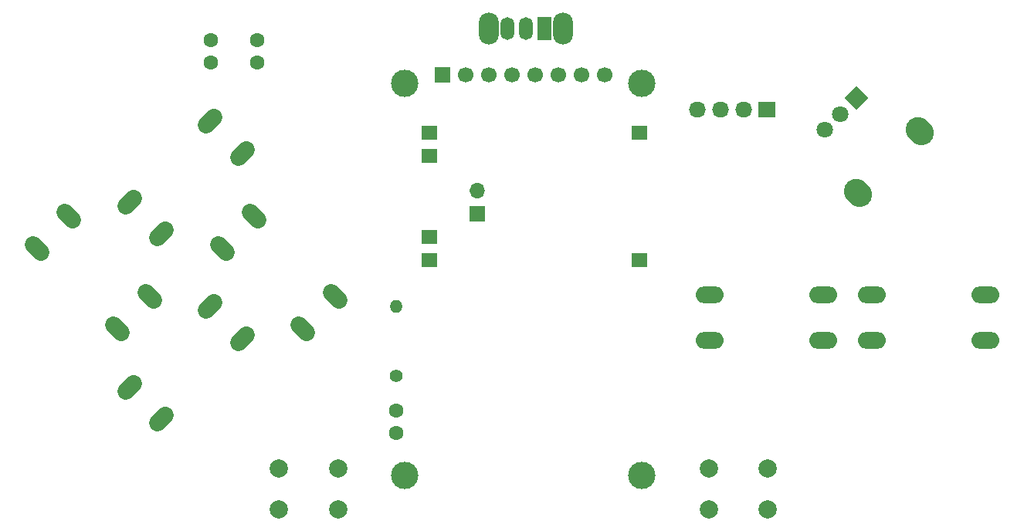
<source format=gbr>
%TF.GenerationSoftware,KiCad,Pcbnew,7.0.10*%
%TF.CreationDate,2024-01-30T15:10:23+02:00*%
%TF.ProjectId,main,6d61696e-2e6b-4696-9361-645f70636258,rev?*%
%TF.SameCoordinates,Original*%
%TF.FileFunction,Soldermask,Bot*%
%TF.FilePolarity,Negative*%
%FSLAX46Y46*%
G04 Gerber Fmt 4.6, Leading zero omitted, Abs format (unit mm)*
G04 Created by KiCad (PCBNEW 7.0.10) date 2024-01-30 15:10:23*
%MOMM*%
%LPD*%
G01*
G04 APERTURE LIST*
G04 Aperture macros list*
%AMHorizOval*
0 Thick line with rounded ends*
0 $1 width*
0 $2 $3 position (X,Y) of the first rounded end (center of the circle)*
0 $4 $5 position (X,Y) of the second rounded end (center of the circle)*
0 Add line between two ends*
20,1,$1,$2,$3,$4,$5,0*
0 Add two circle primitives to create the rounded ends*
1,1,$1,$2,$3*
1,1,$1,$4,$5*%
%AMRotRect*
0 Rectangle, with rotation*
0 The origin of the aperture is its center*
0 $1 length*
0 $2 width*
0 $3 Rotation angle, in degrees counterclockwise*
0 Add horizontal line*
21,1,$1,$2,0,0,$3*%
G04 Aperture macros list end*
%ADD10C,3.000000*%
%ADD11R,1.700000X1.700000*%
%ADD12C,1.700000*%
%ADD13HorizOval,1.850000X0.423557X-0.423557X-0.423557X0.423557X0*%
%ADD14HorizOval,1.850000X0.423557X0.423557X-0.423557X-0.423557X0*%
%ADD15O,3.048000X1.850000*%
%ADD16R,1.700000X1.500000*%
%ADD17O,1.700000X1.700000*%
%ADD18C,2.000000*%
%ADD19C,1.600000*%
%ADD20O,2.200000X3.500000*%
%ADD21R,1.500000X2.500000*%
%ADD22O,1.500000X2.500000*%
%ADD23R,1.850000X1.700000*%
%ADD24O,1.850000X1.700000*%
%ADD25HorizOval,2.720000X-0.183848X0.183848X0.183848X-0.183848X0*%
%ADD26RotRect,1.800000X1.800000X45.000000*%
%ADD27C,1.800000*%
%ADD28C,1.400000*%
%ADD29O,1.400000X1.400000*%
G04 APERTURE END LIST*
D10*
%TO.C,U2*%
X83520000Y-54340000D03*
X83520000Y-97340000D03*
X109520000Y-54340000D03*
X109520000Y-97340000D03*
D11*
X87630000Y-53340000D03*
D12*
X90170000Y-53340000D03*
X92710000Y-53340000D03*
X95250000Y-53340000D03*
X97790000Y-53340000D03*
X100330000Y-53340000D03*
X102870000Y-53340000D03*
X105410000Y-53340000D03*
%TD*%
D13*
%TO.C,SW4*%
X75874335Y-77693335D03*
X72338801Y-81228869D03*
X67035500Y-68854500D03*
X63499966Y-72390034D03*
%TD*%
D14*
%TO.C,SW2*%
X62178835Y-78791165D03*
X65714369Y-82326699D03*
X53340000Y-87630000D03*
X56875534Y-91165534D03*
%TD*%
D15*
%TO.C,SW5*%
X147230000Y-77510000D03*
X147230000Y-82510000D03*
X134730000Y-77510000D03*
X134730000Y-82510000D03*
%TD*%
D16*
%TO.C,J3*%
X109220000Y-73690000D03*
X109220000Y-59690000D03*
X86220000Y-73690000D03*
X86220000Y-59690000D03*
X86220000Y-71150000D03*
X86220000Y-62230000D03*
%TD*%
D11*
%TO.C,J2*%
X91440000Y-68580000D03*
D17*
X91440000Y-66040000D03*
%TD*%
D18*
%TO.C,SW7*%
X69700000Y-96520000D03*
X76200000Y-96520000D03*
X69700000Y-101020000D03*
X76200000Y-101020000D03*
%TD*%
D14*
%TO.C,SW1*%
X62178835Y-58471165D03*
X65714369Y-62006699D03*
X53340000Y-67310000D03*
X56875534Y-70845534D03*
%TD*%
D19*
%TO.C,C1*%
X82550000Y-90170000D03*
X82550000Y-92670000D03*
%TD*%
%TO.C,C2*%
X62230000Y-52030000D03*
X62230000Y-49530000D03*
%TD*%
D20*
%TO.C,SW9*%
X100910000Y-48260000D03*
X92710000Y-48260000D03*
D21*
X98810000Y-48260000D03*
D22*
X96810000Y-48260000D03*
X94810000Y-48260000D03*
%TD*%
D23*
%TO.C,J1*%
X123190000Y-57150000D03*
D24*
X120650000Y-57150000D03*
X118110000Y-57150000D03*
X115570000Y-57150000D03*
%TD*%
D25*
%TO.C,RV1*%
X140005146Y-59556955D03*
X133216921Y-66345180D03*
D26*
X133075500Y-55880000D03*
D27*
X131307733Y-57647767D03*
X129539966Y-59415534D03*
%TD*%
D19*
%TO.C,C3*%
X67310000Y-52030000D03*
X67310000Y-49530000D03*
%TD*%
D15*
%TO.C,SW6*%
X129450000Y-77510000D03*
X129450000Y-82510000D03*
X116950000Y-77510000D03*
X116950000Y-82510000D03*
%TD*%
D13*
%TO.C,SW3*%
X55554335Y-77693335D03*
X52018801Y-81228869D03*
X46715500Y-68854500D03*
X43179966Y-72390034D03*
%TD*%
D28*
%TO.C,R1*%
X82550000Y-86360000D03*
D29*
X82550000Y-78740000D03*
%TD*%
D18*
%TO.C,SW8*%
X116840000Y-96520000D03*
X123340000Y-96520000D03*
X116840000Y-101020000D03*
X123340000Y-101020000D03*
%TD*%
M02*

</source>
